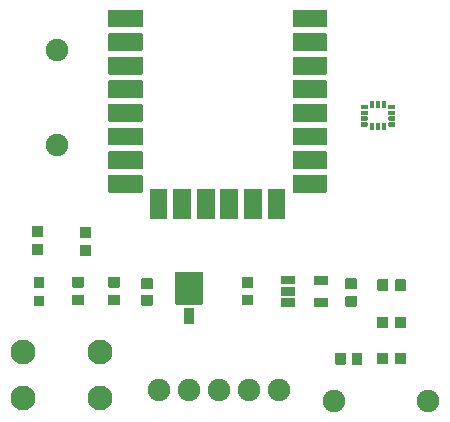
<source format=gts>
G04 Layer: TopSolderMaskLayer*
G04 EasyEDA Pro v1.8.39.fb3963, 2022-11-08 16:35:25*
G04 Gerber Generator version 0.3*
G04 Scale: 100 percent, Rotated: No, Reflected: No*
G04 Dimensions in millimeters*
G04 Leading zeros omitted, absolute positions, 3 integers and 3 decimals*
%FSLAX33Y33*%
%MOMM*%
%ADD10C,2.10058*%
%ADD11C,1.90246*%
%ADD12C,1.900022*%
G75*


G04 Pad Start*
G36*
G01X24688Y-20046D02*
G01X27488Y-20046D01*
G03X27539Y-19995I0J51D01*
G01Y-18595D01*
G03X27488Y-18544I-51J0D01*
G01X24688D01*
G03X24637Y-18595I0J-51D01*
G01Y-19995D01*
G03X24688Y-20046I51J0D01*
G37*
G36*
G01X24688Y-22046D02*
G01X27488Y-22046D01*
G03X27539Y-21995I0J51D01*
G01Y-20595D01*
G03X27488Y-20544I-51J0D01*
G01X24688D01*
G03X24637Y-20595I0J-51D01*
G01Y-21995D01*
G03X24688Y-22046I51J0D01*
G37*
G36*
G01X24688Y-24046D02*
G01X27488Y-24046D01*
G03X27539Y-23995I0J51D01*
G01Y-22595D01*
G03X27488Y-22544I-51J0D01*
G01X24688D01*
G03X24637Y-22595I0J-51D01*
G01Y-23995D01*
G03X24688Y-24046I51J0D01*
G37*
G36*
G01X9088Y-24046D02*
G01X11888Y-24046D01*
G03X11939Y-23995I0J51D01*
G01Y-22595D01*
G03X11888Y-22544I-51J0D01*
G01X9088D01*
G03X9037Y-22595I0J-51D01*
G01Y-23995D01*
G03X9088Y-24046I51J0D01*
G37*
G36*
G01X9088Y-22046D02*
G01X11888Y-22046D01*
G03X11939Y-21995I0J51D01*
G01Y-20595D01*
G03X11888Y-20544I-51J0D01*
G01X9088D01*
G03X9037Y-20595I0J-51D01*
G01Y-21995D01*
G03X9088Y-22046I51J0D01*
G37*
G36*
G01X9088Y-20046D02*
G01X11888Y-20046D01*
G03X11939Y-19995I0J51D01*
G01Y-18595D01*
G03X11888Y-18544I-51J0D01*
G01X9088D01*
G03X9037Y-18595I0J-51D01*
G01Y-19995D01*
G03X9088Y-20046I51J0D01*
G37*
G36*
G01X9088Y-18046D02*
G01X11888Y-18046D01*
G03X11939Y-17995I0J51D01*
G01Y-16595D01*
G03X11888Y-16544I-51J0D01*
G01X9088D01*
G03X9037Y-16595I0J-51D01*
G01Y-17995D01*
G03X9088Y-18046I51J0D01*
G37*
G36*
G01X9088Y-16046D02*
G01X11888Y-16046D01*
G03X11939Y-15995I0J51D01*
G01Y-14595D01*
G03X11888Y-14544I-51J0D01*
G01X9088D01*
G03X9037Y-14595I0J-51D01*
G01Y-15995D01*
G03X9088Y-16046I51J0D01*
G37*
G36*
G01X9088Y-14046D02*
G01X11888Y-14046D01*
G03X11939Y-13995I0J51D01*
G01Y-12595D01*
G03X11888Y-12544I-51J0D01*
G01X9088D01*
G03X9037Y-12595I0J-51D01*
G01Y-13995D01*
G03X9088Y-14046I51J0D01*
G37*
G36*
G01X9088Y-12046D02*
G01X11888Y-12046D01*
G03X11939Y-11995I0J51D01*
G01Y-10595D01*
G03X11888Y-10544I-51J0D01*
G01X9088D01*
G03X9037Y-10595I0J-51D01*
G01Y-11995D01*
G03X9088Y-12046I51J0D01*
G37*
G36*
G01X9088Y-10046D02*
G01X11888Y-10046D01*
G03X11939Y-9995I0J51D01*
G01Y-8595D01*
G03X11888Y-8544I-51J0D01*
G01X9088D01*
G03X9037Y-8595I0J-51D01*
G01Y-9995D01*
G03X9088Y-10046I51J0D01*
G37*
G36*
G01X14588Y-26296D02*
G01X15988Y-26296D01*
G03X16039Y-26245I0J51D01*
G01Y-23745D01*
G03X15988Y-23694I-51J0D01*
G01X14588D01*
G03X14537Y-23745I0J-51D01*
G01Y-26245D01*
G03X14588Y-26296I51J0D01*
G37*
G36*
G01X12588Y-26296D02*
G01X13988Y-26296D01*
G03X14039Y-26245I0J51D01*
G01Y-23745D01*
G03X13988Y-23694I-51J0D01*
G01X12588D01*
G03X12537Y-23745I0J-51D01*
G01Y-26245D01*
G03X12588Y-26296I51J0D01*
G37*
G36*
G01X24688Y-10046D02*
G01X27488Y-10046D01*
G03X27539Y-9995I0J51D01*
G01Y-8595D01*
G03X27488Y-8544I-51J0D01*
G01X24688D01*
G03X24637Y-8595I0J-51D01*
G01Y-9995D01*
G03X24688Y-10046I51J0D01*
G37*
G36*
G01X24688Y-12046D02*
G01X27488Y-12046D01*
G03X27539Y-11995I0J51D01*
G01Y-10595D01*
G03X27488Y-10544I-51J0D01*
G01X24688D01*
G03X24637Y-10595I0J-51D01*
G01Y-11995D01*
G03X24688Y-12046I51J0D01*
G37*
G36*
G01X24688Y-14046D02*
G01X27488Y-14046D01*
G03X27539Y-13995I0J51D01*
G01Y-12595D01*
G03X27488Y-12544I-51J0D01*
G01X24688D01*
G03X24637Y-12595I0J-51D01*
G01Y-13995D01*
G03X24688Y-14046I51J0D01*
G37*
G36*
G01X24688Y-16046D02*
G01X27488Y-16046D01*
G03X27539Y-15995I0J51D01*
G01Y-14595D01*
G03X27488Y-14544I-51J0D01*
G01X24688D01*
G03X24637Y-14595I0J-51D01*
G01Y-15995D01*
G03X24688Y-16046I51J0D01*
G37*
G36*
G01X24688Y-18046D02*
G01X27488Y-18046D01*
G03X27539Y-17995I0J51D01*
G01Y-16595D01*
G03X27488Y-16544I-51J0D01*
G01X24688D01*
G03X24637Y-16595I0J-51D01*
G01Y-17995D01*
G03X24688Y-18046I51J0D01*
G37*
G36*
G01X16588Y-26296D02*
G01X17988Y-26296D01*
G03X18039Y-26245I0J51D01*
G01Y-23745D01*
G03X17988Y-23694I-51J0D01*
G01X16588D01*
G03X16537Y-23745I0J-51D01*
G01Y-26245D01*
G03X16588Y-26296I51J0D01*
G37*
G36*
G01X18588Y-26296D02*
G01X19988Y-26296D01*
G03X20039Y-26245I0J51D01*
G01Y-23745D01*
G03X19988Y-23694I-51J0D01*
G01X18588D01*
G03X18537Y-23745I0J-51D01*
G01Y-26245D01*
G03X18588Y-26296I51J0D01*
G37*
G36*
G01X20588Y-26296D02*
G01X21988Y-26296D01*
G03X22039Y-26245I0J51D01*
G01Y-23745D01*
G03X21988Y-23694I-51J0D01*
G01X20588D01*
G03X20537Y-23745I0J-51D01*
G01Y-26245D01*
G03X20588Y-26296I51J0D01*
G37*
G36*
G01X22588Y-26296D02*
G01X23988Y-26296D01*
G03X24039Y-26245I0J51D01*
G01Y-23745D01*
G03X23988Y-23694I-51J0D01*
G01X22588D01*
G03X22537Y-23745I0J-51D01*
G01Y-26245D01*
G03X22588Y-26296I51J0D01*
G37*
G36*
G01X24809Y-32976D02*
G01X23705Y-32976D01*
G03X23654Y-33026I0J-51D01*
G01Y-33649D01*
G03X23705Y-33699I51J0D01*
G01X24809D01*
G03X24860Y-33649I0J51D01*
G01Y-33026D01*
G03X24809Y-32976I-51J0D01*
G37*
G36*
G01X24809Y-32036D02*
G01X23705Y-32036D01*
G03X23654Y-32087I0J-51D01*
G01Y-32709D01*
G03X23705Y-32760I51J0D01*
G01X24809D01*
G03X24860Y-32709I0J51D01*
G01Y-32087D01*
G03X24809Y-32036I-51J0D01*
G37*
G36*
G01X24809Y-31071D02*
G01X23705Y-31071D01*
G03X23654Y-31121I0J-51D01*
G01Y-31744D01*
G03X23705Y-31794I51J0D01*
G01X24809D01*
G03X24860Y-31744I0J51D01*
G01Y-31121D01*
G03X24809Y-31071I-51J0D01*
G37*
G36*
G01X27603Y-31096D02*
G01X26499Y-31096D01*
G03X26448Y-31147I0J-51D01*
G01Y-31769D01*
G03X26499Y-31820I51J0D01*
G01X27603D01*
G03X27654Y-31769I0J51D01*
G01Y-31147D01*
G03X27603Y-31096I-51J0D01*
G37*
G36*
G01X27603Y-32976D02*
G01X26499Y-32976D01*
G03X26448Y-33026I0J-51D01*
G01Y-33649D01*
G03X26499Y-33699I51J0D01*
G01X27603D01*
G03X27654Y-33649I0J51D01*
G01Y-33026D01*
G03X27603Y-32976I-51J0D01*
G37*
G36*
G01X11869Y-32201D02*
G01X12769Y-32201D01*
G03X12820Y-32150I0J51D01*
G01Y-31350D01*
G03X12769Y-31299I-51J0D01*
G01X11869D01*
G03X11818Y-31350I0J-51D01*
G01Y-32150D01*
G03X11869Y-32201I51J0D01*
G37*
G36*
G01X11869Y-33601D02*
G01X12769Y-33601D01*
G03X12820Y-33550I0J51D01*
G01Y-32750D01*
G03X12769Y-32699I-51J0D01*
G01X11869D01*
G03X11818Y-32750I0J-51D01*
G01Y-33550D01*
G03X11869Y-33601I51J0D01*
G37*
G36*
G01X16975Y-30730D02*
G01X14775Y-30730D01*
G03X14724Y-30781I0J-51D01*
G01Y-33481D01*
G03X14775Y-33532I51J0D01*
G01X16975D01*
G03X17026Y-33481I0J51D01*
G01Y-30781D01*
G03X16975Y-30730I-51J0D01*
G37*
G36*
G01X16262Y-33815D02*
G01X15492Y-33815D01*
G03X15441Y-33866I0J-51D01*
G01Y-35136D01*
G03X15492Y-35187I51J0D01*
G01X16262D01*
G03X16312Y-35136I0J51D01*
G01Y-33866D01*
G03X16262Y-33815I-51J0D01*
G37*
G36*
G01X30023Y-32803D02*
G01X29159Y-32803D01*
G03X29108Y-32853I0J-51D01*
G01Y-33660D01*
G03X29159Y-33711I51J0D01*
G01X30023D01*
G03X30074Y-33660I0J51D01*
G01Y-32853D01*
G03X30023Y-32803I-51J0D01*
G37*
G36*
G01X30023Y-31296D02*
G01X29159Y-31296D01*
G03X29108Y-31347I0J-51D01*
G01Y-32153D01*
G03X29159Y-32204I51J0D01*
G01X30023D01*
G03X30074Y-32153I0J51D01*
G01Y-31347D01*
G03X30023Y-31296I-51J0D01*
G37*
G36*
G01X7544Y-28485D02*
G01X6680Y-28485D01*
G03X6629Y-28535I0J-51D01*
G01Y-29342D01*
G03X6680Y-29393I51J0D01*
G01X7544D01*
G03X7595Y-29342I0J51D01*
G01Y-28535D01*
G03X7544Y-28485I-51J0D01*
G37*
G36*
G01X7544Y-26978D02*
G01X6680Y-26978D01*
G03X6629Y-27029I0J-51D01*
G01Y-27835D01*
G03X6680Y-27886I51J0D01*
G01X7544D01*
G03X7595Y-27835I0J51D01*
G01Y-27029D01*
G03X7544Y-26978I-51J0D01*
G37*
G54D10*
G01X8329Y-41448D03*
G01X1829Y-41448D03*
G01X1829Y-37546D03*
G01X8329Y-37546D03*
G36*
G01X3480Y-28375D02*
G01X2616Y-28375D01*
G03X2565Y-28426I0J-51D01*
G01Y-29232D01*
G03X2616Y-29283I51J0D01*
G01X3480D01*
G03X3531Y-29232I0J51D01*
G01Y-28426D01*
G03X3480Y-28375I-51J0D01*
G37*
G36*
G01X3480Y-26868D02*
G01X2616Y-26868D01*
G03X2565Y-26919I0J-51D01*
G01Y-27726D01*
G03X2616Y-27776I51J0D01*
G01X3480D01*
G03X3531Y-27726I0J51D01*
G01Y-26919D01*
G03X3480Y-26868I-51J0D01*
G37*
G36*
G01X6045Y-32077D02*
G01X6909Y-32077D01*
G03X6960Y-32026I0J51D01*
G01Y-31220D01*
G03X6909Y-31169I-51J0D01*
G01X6045D01*
G03X5994Y-31220I0J-51D01*
G01Y-32026D01*
G03X6045Y-32077I51J0D01*
G37*
G36*
G01X6045Y-33584D02*
G01X6909Y-33584D01*
G03X6960Y-33533I0J51D01*
G01Y-32726D01*
G03X6909Y-32676I-51J0D01*
G01X6045D01*
G03X5994Y-32726I0J-51D01*
G01Y-33533D01*
G03X6045Y-33584I51J0D01*
G37*
G36*
G01X3631Y-33623D02*
G01X3631Y-32823D01*
G03X3580Y-32772I-51J0D01*
G01X2780D01*
G03X2729Y-32823I0J-51D01*
G01Y-33623D01*
G03X2780Y-33674I51J0D01*
G01X3580D01*
G03X3631Y-33623I0J51D01*
G37*
G36*
G01X3626Y-32023D02*
G01X3626Y-31223D01*
G03X3575Y-31172I-51J0D01*
G01X2775D01*
G03X2724Y-31223I0J-51D01*
G01Y-32023D01*
G03X2775Y-32074I51J0D01*
G01X3575D01*
G03X3626Y-32023I0J51D01*
G37*
G36*
G01X21260Y-32676D02*
G01X20396Y-32676D01*
G03X20345Y-32726I0J-51D01*
G01Y-33533D01*
G03X20396Y-33584I51J0D01*
G01X21260D01*
G03X21311Y-33533I0J51D01*
G01Y-32726D01*
G03X21260Y-32676I-51J0D01*
G37*
G36*
G01X21260Y-31169D02*
G01X20396Y-31169D01*
G03X20345Y-31220I0J-51D01*
G01Y-32026D01*
G03X20396Y-32077I51J0D01*
G01X21260D01*
G03X21311Y-32026I0J51D01*
G01Y-31220D01*
G03X21260Y-31169I-51J0D01*
G37*
G36*
G01X29651Y-37650D02*
G01X29651Y-38550D01*
G03X29702Y-38601I51J0D01*
G01X30502D01*
G03X30553Y-38550I0J51D01*
G01Y-37650D01*
G03X30502Y-37599I-51J0D01*
G01X29702D01*
G03X29651Y-37650I0J-51D01*
G37*
G36*
G01X28251Y-37650D02*
G01X28251Y-38550D01*
G03X28302Y-38601I51J0D01*
G01X29102D01*
G03X29153Y-38550I0J51D01*
G01Y-37650D01*
G03X29102Y-37599I-51J0D01*
G01X28302D01*
G03X28251Y-37650I0J-51D01*
G37*
G54D11*
G01X4699Y-12001D03*
G01X4699Y-20002D03*
G01X36132Y-41656D03*
G01X28131Y-41656D03*
G54D12*
G01X13335Y-40767D03*
G01X15875Y-40767D03*
G01X18415Y-40767D03*
G01X20955Y-40767D03*
G01X23495Y-40767D03*
G36*
G01X32729Y-32309D02*
G01X32729Y-31445D01*
G03X32679Y-31394I-51J0D01*
G01X31872D01*
G03X31821Y-31445I0J-51D01*
G01Y-32309D01*
G03X31872Y-32360I51J0D01*
G01X32679D01*
G03X32729Y-32309I0J51D01*
G37*
G36*
G01X34236Y-32309D02*
G01X34236Y-31445D01*
G03X34185Y-31394I-51J0D01*
G01X33379D01*
G03X33328Y-31445I0J-51D01*
G01Y-32309D01*
G03X33379Y-32360I51J0D01*
G01X34185D01*
G03X34236Y-32309I0J51D01*
G37*
G36*
G01X32712Y-38532D02*
G01X32712Y-37668D01*
G03X32661Y-37617I-51J0D01*
G01X31855D01*
G03X31804Y-37668I0J-51D01*
G01Y-38532D01*
G03X31855Y-38583I51J0D01*
G01X32661D01*
G03X32712Y-38532I0J51D01*
G37*
G36*
G01X34219Y-38532D02*
G01X34219Y-37668D01*
G03X34168Y-37617I-51J0D01*
G01X33361D01*
G03X33311Y-37668I0J-51D01*
G01Y-38532D01*
G03X33361Y-38583I51J0D01*
G01X34168D01*
G03X34219Y-38532I0J51D01*
G37*
G36*
G01X32712Y-35484D02*
G01X32712Y-34620D01*
G03X32661Y-34569I-51J0D01*
G01X31855D01*
G03X31804Y-34620I0J-51D01*
G01Y-35484D01*
G03X31855Y-35535I51J0D01*
G01X32661D01*
G03X32712Y-35484I0J51D01*
G37*
G36*
G01X34219Y-35484D02*
G01X34219Y-34620D01*
G03X34168Y-34569I-51J0D01*
G01X33361D01*
G03X33311Y-34620I0J-51D01*
G01Y-35484D01*
G03X33361Y-35535I51J0D01*
G01X34168D01*
G03X34219Y-35484I0J51D01*
G37*
G36*
G01X30400Y-16637D02*
G01X30400Y-16916D01*
G03X30451Y-16967I51J0D01*
G01X30951D01*
G03X31002Y-16916I0J51D01*
G01Y-16637D01*
G03X30951Y-16586I-51J0D01*
G01X30451D01*
G03X30400Y-16637I0J-51D01*
G37*
G36*
G01X30400Y-17137D02*
G01X30400Y-17417D01*
G03X30451Y-17468I51J0D01*
G01X30951D01*
G03X31002Y-17417I0J51D01*
G01Y-17137D01*
G03X30951Y-17087I-51J0D01*
G01X30451D01*
G03X30400Y-17137I0J-51D01*
G37*
G36*
G01X30400Y-17635D02*
G01X30400Y-17915D01*
G03X30451Y-17965I51J0D01*
G01X30951D01*
G03X31002Y-17915I0J51D01*
G01Y-17635D01*
G03X30951Y-17584I-51J0D01*
G01X30451D01*
G03X30400Y-17635I0J-51D01*
G37*
G36*
G01X30400Y-18136D02*
G01X30400Y-18415D01*
G03X30451Y-18466I51J0D01*
G01X30951D01*
G03X31002Y-18415I0J51D01*
G01Y-18136D01*
G03X30951Y-18085I-51J0D01*
G01X30451D01*
G03X30400Y-18136I0J-51D01*
G37*
G36*
G01X31186Y-18200D02*
G01X31186Y-18701D01*
G03X31237Y-18752I51J0D01*
G01X31516D01*
G03X31567Y-18701I0J51D01*
G01Y-18200D01*
G03X31516Y-18150I-51J0D01*
G01X31237D01*
G03X31186Y-18200I0J-51D01*
G37*
G36*
G01X31687Y-18200D02*
G01X31687Y-18701D01*
G03X31737Y-18752I51J0D01*
G01X32017D01*
G03X32068Y-18701I0J51D01*
G01Y-18200D01*
G03X32017Y-18150I-51J0D01*
G01X31737D01*
G03X31687Y-18200I0J-51D01*
G37*
G36*
G01X32187Y-18200D02*
G01X32187Y-18701D01*
G03X32238Y-18752I51J0D01*
G01X32517D01*
G03X32568Y-18701I0J51D01*
G01Y-18200D01*
G03X32517Y-18150I-51J0D01*
G01X32238D01*
G03X32187Y-18200I0J-51D01*
G37*
G36*
G01X32752Y-18136D02*
G01X32752Y-18415D01*
G03X32803Y-18466I51J0D01*
G01X33303D01*
G03X33354Y-18415I0J51D01*
G01Y-18136D01*
G03X33303Y-18085I-51J0D01*
G01X32803D01*
G03X32752Y-18136I0J-51D01*
G37*
G36*
G01X32752Y-17635D02*
G01X32752Y-17915D01*
G03X32803Y-17965I51J0D01*
G01X33303D01*
G03X33354Y-17915I0J51D01*
G01Y-17635D01*
G03X33303Y-17584I-51J0D01*
G01X32803D01*
G03X32752Y-17635I0J-51D01*
G37*
G36*
G01X32752Y-17137D02*
G01X32752Y-17417D01*
G03X32803Y-17468I51J0D01*
G01X33303D01*
G03X33354Y-17417I0J51D01*
G01Y-17137D01*
G03X33303Y-17087I-51J0D01*
G01X32803D01*
G03X32752Y-17137I0J-51D01*
G37*
G36*
G01X32752Y-16637D02*
G01X32752Y-16916D01*
G03X32803Y-16967I51J0D01*
G01X33303D01*
G03X33354Y-16916I0J51D01*
G01Y-16637D01*
G03X33303Y-16586I-51J0D01*
G01X32803D01*
G03X32752Y-16637I0J-51D01*
G37*
G36*
G01X32187Y-16351D02*
G01X32187Y-16852D01*
G03X32238Y-16902I51J0D01*
G01X32517D01*
G03X32568Y-16852I0J51D01*
G01Y-16351D01*
G03X32517Y-16300I-51J0D01*
G01X32238D01*
G03X32187Y-16351I0J-51D01*
G37*
G36*
G01X31687Y-16351D02*
G01X31687Y-16852D01*
G03X31737Y-16902I51J0D01*
G01X32017D01*
G03X32068Y-16852I0J51D01*
G01Y-16351D01*
G03X32017Y-16300I-51J0D01*
G01X31737D01*
G03X31687Y-16351I0J-51D01*
G37*
G36*
G01X31186Y-16351D02*
G01X31186Y-16852D01*
G03X31237Y-16902I51J0D01*
G01X31516D01*
G03X31567Y-16852I0J51D01*
G01Y-16351D01*
G03X31516Y-16300I-51J0D01*
G01X31237D01*
G03X31186Y-16351I0J-51D01*
G37*
G36*
G01X9957Y-32676D02*
G01X9093Y-32676D01*
G03X9042Y-32726I0J-51D01*
G01Y-33533D01*
G03X9093Y-33584I51J0D01*
G01X9957D01*
G03X10008Y-33533I0J51D01*
G01Y-32726D01*
G03X9957Y-32676I-51J0D01*
G37*
G36*
G01X9957Y-31169D02*
G01X9093Y-31169D01*
G03X9042Y-31220I0J-51D01*
G01Y-32026D01*
G03X9093Y-32077I51J0D01*
G01X9957D01*
G03X10008Y-32026I0J51D01*
G01Y-31220D01*
G03X9957Y-31169I-51J0D01*
G37*
G04 Pad End*

M02*

</source>
